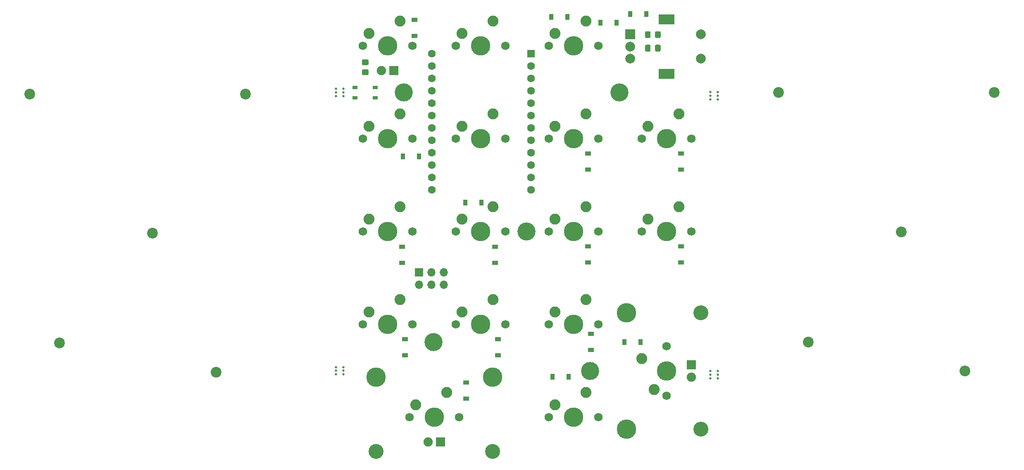
<source format=gbr>
G04 #@! TF.GenerationSoftware,KiCad,Pcbnew,(5.1.7)-1*
G04 #@! TF.CreationDate,2020-12-08T20:24:50-08:00*
G04 #@! TF.ProjectId,dropout-miniusb,64726f70-6f75-4742-9d6d-696e69757362,rev?*
G04 #@! TF.SameCoordinates,Original*
G04 #@! TF.FileFunction,Soldermask,Bot*
G04 #@! TF.FilePolarity,Negative*
%FSLAX46Y46*%
G04 Gerber Fmt 4.6, Leading zero omitted, Abs format (unit mm)*
G04 Created by KiCad (PCBNEW (5.1.7)-1) date 2020-12-08 20:24:50*
%MOMM*%
%LPD*%
G01*
G04 APERTURE LIST*
%ADD10C,0.500000*%
%ADD11C,2.200000*%
%ADD12C,3.700000*%
%ADD13C,3.987800*%
%ADD14C,3.048000*%
%ADD15C,1.750000*%
%ADD16R,1.905000X1.905000*%
%ADD17C,1.905000*%
%ADD18C,2.250000*%
%ADD19R,0.900000X1.200000*%
%ADD20R,1.200000X0.900000*%
%ADD21O,1.700000X1.700000*%
%ADD22R,1.700000X1.700000*%
%ADD23R,1.600000X1.600000*%
%ADD24C,1.600000*%
%ADD25R,1.050000X0.650000*%
%ADD26C,2.000000*%
%ADD27R,3.200000X2.000000*%
%ADD28R,2.000000X2.000000*%
G04 APERTURE END LIST*
D10*
X136070006Y-69027625D03*
X137570006Y-69027625D03*
X136070006Y-68277625D03*
X136070006Y-69777625D03*
X137570006Y-69777625D03*
X137570006Y-68277625D03*
X136070006Y-126127625D03*
X137570006Y-126127625D03*
X136070006Y-125377625D03*
X136070006Y-126877625D03*
X137570006Y-126877625D03*
X137570006Y-125377625D03*
X212770006Y-69727625D03*
X214270006Y-69727625D03*
X212770006Y-68977625D03*
X212770006Y-70477625D03*
X214270006Y-70477625D03*
X214270006Y-68977625D03*
X212770006Y-126927625D03*
X214270006Y-126927625D03*
X212770006Y-126177625D03*
X212770006Y-127677625D03*
X214270006Y-127677625D03*
X214270006Y-126177625D03*
D11*
X251897457Y-97653685D03*
X264896757Y-126203534D03*
X232822207Y-120204135D03*
X226719506Y-69053335D03*
X270922107Y-69053335D03*
X117522607Y-69327625D03*
X111497257Y-126453175D03*
X98497957Y-97903326D03*
X79422707Y-120453776D03*
X73320006Y-69327625D03*
D12*
X149970281Y-69053266D03*
X188149562Y-126159763D03*
X175122998Y-97582172D03*
X194173014Y-69007148D03*
X156072982Y-120204066D03*
D13*
X195555800Y-114221779D03*
X195555800Y-138097779D03*
D14*
X210795800Y-114221779D03*
X210795800Y-138097779D03*
D15*
X203810800Y-121079779D03*
X203810800Y-131239779D03*
D16*
X208890800Y-124889779D03*
D17*
X208890800Y-127429779D03*
D18*
X201270800Y-129969779D03*
D13*
X203810800Y-126159779D03*
D18*
X198730800Y-123619779D03*
G36*
G01*
X201428298Y-57612575D02*
X201428298Y-56712573D01*
G75*
G02*
X201678297Y-56462574I249999J0D01*
G01*
X202328299Y-56462574D01*
G75*
G02*
X202578298Y-56712573I0J-249999D01*
G01*
X202578298Y-57612575D01*
G75*
G02*
X202328299Y-57862574I-249999J0D01*
G01*
X201678297Y-57862574D01*
G75*
G02*
X201428298Y-57612575I0J249999D01*
G01*
G37*
G36*
G01*
X199378298Y-57612575D02*
X199378298Y-56712573D01*
G75*
G02*
X199628297Y-56462574I249999J0D01*
G01*
X200278299Y-56462574D01*
G75*
G02*
X200528298Y-56712573I0J-249999D01*
G01*
X200528298Y-57612575D01*
G75*
G02*
X200278299Y-57862574I-249999J0D01*
G01*
X199628297Y-57862574D01*
G75*
G02*
X199378298Y-57612575I0J249999D01*
G01*
G37*
G36*
G01*
X200528298Y-59485986D02*
X200528298Y-60385988D01*
G75*
G02*
X200278299Y-60635987I-249999J0D01*
G01*
X199628297Y-60635987D01*
G75*
G02*
X199378298Y-60385988I0J249999D01*
G01*
X199378298Y-59485986D01*
G75*
G02*
X199628297Y-59235987I249999J0D01*
G01*
X200278299Y-59235987D01*
G75*
G02*
X200528298Y-59485986I0J-249999D01*
G01*
G37*
G36*
G01*
X202578298Y-59485986D02*
X202578298Y-60385988D01*
G75*
G02*
X202328299Y-60635987I-249999J0D01*
G01*
X201678297Y-60635987D01*
G75*
G02*
X201428298Y-60385988I0J249999D01*
G01*
X201428298Y-59485986D01*
G75*
G02*
X201678297Y-59235987I249999J0D01*
G01*
X202328299Y-59235987D01*
G75*
G02*
X202578298Y-59485986I0J-249999D01*
G01*
G37*
D19*
X153089223Y-82137146D03*
X149789223Y-82137146D03*
D18*
X149200800Y-73454779D03*
D13*
X146660800Y-78534779D03*
D18*
X142850800Y-75994779D03*
D15*
X141580800Y-78534779D03*
X151740800Y-78534779D03*
D18*
X187300800Y-54404779D03*
D13*
X184760800Y-59484779D03*
D18*
X180950800Y-56944779D03*
D15*
X179680800Y-59484779D03*
X189840800Y-59484779D03*
D20*
X152170475Y-54157435D03*
X152170475Y-57457435D03*
D21*
X158118292Y-108443374D03*
X158118292Y-105903374D03*
X155578292Y-108443374D03*
X155578292Y-105903374D03*
X153038292Y-108443374D03*
D22*
X153038292Y-105903374D03*
D23*
X175982674Y-61023390D03*
D24*
X175982674Y-63563390D03*
X175982674Y-66103390D03*
X175982674Y-68643390D03*
X175982674Y-71183390D03*
X175982674Y-73723390D03*
X175982674Y-76263390D03*
X175982674Y-78803390D03*
X175982674Y-81343390D03*
X175982674Y-83883390D03*
X175982674Y-86423390D03*
X175982674Y-88963390D03*
X155742674Y-88963390D03*
X155742674Y-86423390D03*
X155742674Y-83883390D03*
X155742674Y-81343390D03*
X155742674Y-78803390D03*
X155742674Y-76263390D03*
X155742674Y-73723390D03*
X155742674Y-71183390D03*
X155742674Y-68643390D03*
X155742674Y-66103390D03*
X155742674Y-63563390D03*
X155742674Y-61023390D03*
D18*
X168250800Y-73454779D03*
D13*
X165710800Y-78534779D03*
D18*
X161900800Y-75994779D03*
D15*
X160630800Y-78534779D03*
X170790800Y-78534779D03*
D13*
X168123800Y-127429779D03*
X144247800Y-127429779D03*
D14*
X168123800Y-142669779D03*
X144247800Y-142669779D03*
D15*
X161265800Y-135684779D03*
X151105800Y-135684779D03*
D16*
X157455800Y-140764779D03*
D17*
X154915800Y-140764779D03*
D18*
X152375800Y-133144779D03*
D13*
X156185800Y-135684779D03*
D18*
X158725800Y-130604779D03*
D19*
X180150186Y-53562122D03*
X183450186Y-53562122D03*
D25*
X144125154Y-67965260D03*
X139975154Y-67965260D03*
X144125154Y-70115260D03*
X139975154Y-70115260D03*
D26*
X210810800Y-62103529D03*
X210810800Y-57103529D03*
D27*
X203810800Y-65203529D03*
X203810800Y-54003529D03*
D26*
X196310800Y-62103529D03*
X196310800Y-59603529D03*
D28*
X196310800Y-57103529D03*
G36*
G01*
X141600153Y-64298069D02*
X142500155Y-64298069D01*
G75*
G02*
X142750154Y-64548068I0J-249999D01*
G01*
X142750154Y-65198070D01*
G75*
G02*
X142500155Y-65448069I-249999J0D01*
G01*
X141600153Y-65448069D01*
G75*
G02*
X141350154Y-65198070I0J249999D01*
G01*
X141350154Y-64548068D01*
G75*
G02*
X141600153Y-64298069I249999J0D01*
G01*
G37*
G36*
G01*
X141600153Y-62248069D02*
X142500155Y-62248069D01*
G75*
G02*
X142750154Y-62498068I0J-249999D01*
G01*
X142750154Y-63148070D01*
G75*
G02*
X142500155Y-63398069I-249999J0D01*
G01*
X141600153Y-63398069D01*
G75*
G02*
X141350154Y-63148070I0J249999D01*
G01*
X141350154Y-62498068D01*
G75*
G02*
X141600153Y-62248069I249999J0D01*
G01*
G37*
D18*
X206350800Y-92504779D03*
D13*
X203810800Y-97584779D03*
D18*
X200000800Y-95044779D03*
D15*
X198730800Y-97584779D03*
X208890800Y-97584779D03*
X151740800Y-59484779D03*
X141580800Y-59484779D03*
D16*
X147930800Y-64564779D03*
D17*
X145390800Y-64564779D03*
D18*
X142850800Y-56944779D03*
D13*
X146660800Y-59484779D03*
D18*
X149200800Y-54404779D03*
X206350800Y-73454779D03*
D13*
X203810800Y-78534779D03*
D18*
X200000800Y-75994779D03*
D15*
X198730800Y-78534779D03*
X208890800Y-78534779D03*
D18*
X187300800Y-130604779D03*
D13*
X184760800Y-135684779D03*
D18*
X180950800Y-133144779D03*
D15*
X179680800Y-135684779D03*
X189840800Y-135684779D03*
D18*
X168250800Y-54404779D03*
D13*
X165710800Y-59484779D03*
D18*
X161900800Y-56944779D03*
D15*
X160630800Y-59484779D03*
X170790800Y-59484779D03*
D18*
X187300800Y-73454779D03*
D13*
X184760800Y-78534779D03*
D18*
X180950800Y-75994779D03*
D15*
X179680800Y-78534779D03*
X189840800Y-78534779D03*
D18*
X187300800Y-92504779D03*
D13*
X184760800Y-97584779D03*
D18*
X180950800Y-95044779D03*
D15*
X179680800Y-97584779D03*
X189840800Y-97584779D03*
D18*
X168250800Y-92504779D03*
D13*
X165710800Y-97584779D03*
D18*
X161900800Y-95044779D03*
D15*
X160630800Y-97584779D03*
X170790800Y-97584779D03*
D18*
X149200800Y-92504779D03*
D13*
X146660800Y-97584779D03*
D18*
X142850800Y-95044779D03*
D15*
X141580800Y-97584779D03*
X151740800Y-97584779D03*
D18*
X149200808Y-111554755D03*
D13*
X146660808Y-116634755D03*
D18*
X142850808Y-114094755D03*
D15*
X141580808Y-116634755D03*
X151740808Y-116634755D03*
D18*
X168250800Y-111554779D03*
D13*
X165710800Y-116634779D03*
D18*
X161900800Y-114094779D03*
D15*
X160630800Y-116634779D03*
X170790800Y-116634779D03*
D18*
X187300840Y-111554755D03*
D13*
X184760840Y-116634755D03*
D18*
X180950840Y-114094755D03*
D15*
X179680840Y-116634755D03*
X189840840Y-116634755D03*
D19*
X198453039Y-120206633D03*
X195153039Y-120206633D03*
D20*
X206787421Y-100561304D03*
X206787421Y-103861304D03*
X206787421Y-81511288D03*
X206787421Y-84811288D03*
D19*
X199643665Y-52936264D03*
X196343665Y-52936264D03*
X183710493Y-127350389D03*
X180410493Y-127350389D03*
D20*
X188332718Y-118560004D03*
X188332718Y-121860004D03*
X187737405Y-100561304D03*
X187737405Y-103861304D03*
X187737405Y-81541833D03*
X187737405Y-84841833D03*
D19*
X190270507Y-54752748D03*
X193570507Y-54752748D03*
D20*
X169282702Y-119611320D03*
X169282702Y-122911320D03*
X168687389Y-100697243D03*
X168687389Y-103997243D03*
D19*
X165862674Y-91662154D03*
X162562674Y-91662154D03*
D20*
X162734259Y-131841015D03*
X162734259Y-128541015D03*
X150232686Y-119611320D03*
X150232686Y-122911320D03*
X149637373Y-100697243D03*
X149637373Y-103997243D03*
M02*

</source>
